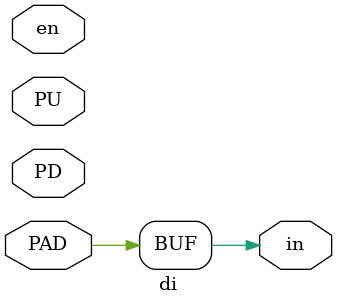
<source format=v>
module di(in, en, PU, PD, PAD);
    output in;
    
    input PU;
    input PD;
    input en;

    input PAD;

    assign in = PAD;
endmodule
</source>
